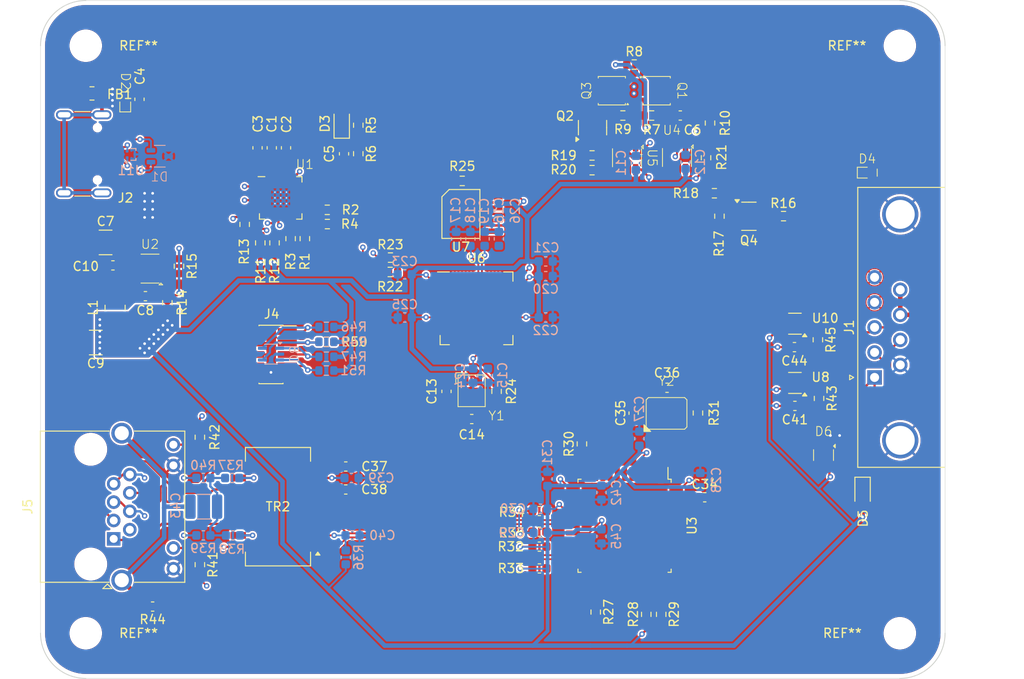
<source format=kicad_pcb>
(kicad_pcb
	(version 20241229)
	(generator "pcbnew")
	(generator_version "9.0")
	(general
		(thickness 1.6)
		(legacy_teardrops no)
	)
	(paper "A4")
	(layers
		(0 "F.Cu" signal)
		(4 "In1.Cu" signal)
		(6 "In2.Cu" signal)
		(2 "B.Cu" signal)
		(9 "F.Adhes" user "F.Adhesive")
		(11 "B.Adhes" user "B.Adhesive")
		(13 "F.Paste" user)
		(15 "B.Paste" user)
		(5 "F.SilkS" user "F.Silkscreen")
		(7 "B.SilkS" user "B.Silkscreen")
		(1 "F.Mask" user)
		(3 "B.Mask" user)
		(17 "Dwgs.User" user "User.Drawings")
		(19 "Cmts.User" user "User.Comments")
		(21 "Eco1.User" user "User.Eco1")
		(23 "Eco2.User" user "User.Eco2")
		(25 "Edge.Cuts" user)
		(27 "Margin" user)
		(31 "F.CrtYd" user "F.Courtyard")
		(29 "B.CrtYd" user "B.Courtyard")
		(35 "F.Fab" user)
		(33 "B.Fab" user)
		(39 "User.1" user)
		(41 "User.2" user)
		(43 "User.3" user)
		(45 "User.4" user)
	)
	(setup
		(stackup
			(layer "F.SilkS"
				(type "Top Silk Screen")
			)
			(layer "F.Paste"
				(type "Top Solder Paste")
			)
			(layer "F.Mask"
				(type "Top Solder Mask")
				(thickness 0.01)
			)
			(layer "F.Cu"
				(type "copper")
				(thickness 0.035)
			)
			(layer "dielectric 1"
				(type "prepreg")
				(thickness 0.1)
				(material "FR4")
				(epsilon_r 4.5)
				(loss_tangent 0.02)
			)
			(layer "In1.Cu"
				(type "copper")
				(thickness 0.035)
			)
			(layer "dielectric 2"
				(type "core")
				(thickness 1.24)
				(material "FR4")
				(epsilon_r 4.5)
				(loss_tangent 0.02)
			)
			(layer "In2.Cu"
				(type "copper")
				(thickness 0.035)
			)
			(layer "dielectric 3"
				(type "prepreg")
				(thickness 0.1)
				(material "FR4")
				(epsilon_r 4.5)
				(loss_tangent 0.02)
			)
			(layer "B.Cu"
				(type "copper")
				(thickness 0.035)
			)
			(layer "B.Mask"
				(type "Bottom Solder Mask")
				(thickness 0.01)
			)
			(layer "B.Paste"
				(type "Bottom Solder Paste")
			)
			(layer "B.SilkS"
				(type "Bottom Silk Screen")
			)
			(copper_finish "None")
			(dielectric_constraints no)
		)
		(pad_to_mask_clearance 0)
		(allow_soldermask_bridges_in_footprints no)
		(tenting front back)
		(pcbplotparams
			(layerselection 0x00000000_00000000_55555555_5755f5ff)
			(plot_on_all_layers_selection 0x00000000_00000000_00000000_00000000)
			(disableapertmacros no)
			(usegerberextensions no)
			(usegerberattributes yes)
			(usegerberadvancedattributes yes)
			(creategerberjobfile yes)
			(dashed_line_dash_ratio 12.000000)
			(dashed_line_gap_ratio 3.000000)
			(svgprecision 4)
			(plotframeref no)
			(mode 1)
			(useauxorigin no)
			(hpglpennumber 1)
			(hpglpenspeed 20)
			(hpglpendiameter 15.000000)
			(pdf_front_fp_property_popups yes)
			(pdf_back_fp_property_popups yes)
			(pdf_metadata yes)
			(pdf_single_document no)
			(dxfpolygonmode yes)
			(dxfimperialunits yes)
			(dxfusepcbnewfont yes)
			(psnegative no)
			(psa4output no)
			(plot_black_and_white yes)
			(sketchpadsonfab no)
			(plotpadnumbers no)
			(hidednponfab no)
			(sketchdnponfab yes)
			(crossoutdnponfab yes)
			(subtractmaskfromsilk no)
			(outputformat 1)
			(mirror no)
			(drillshape 1)
			(scaleselection 1)
			(outputdirectory "")
		)
	)
	(net 0 "")
	(net 1 "/Power/2v7")
	(net 2 "GND")
	(net 3 "Net-(U1-VREG_1V2)")
	(net 4 "Net-(U1-VDD)")
	(net 5 "/Power/Vbus")
	(net 6 "Net-(D3-K)")
	(net 7 "Net-(C6-Pad1)")
	(net 8 "+VDC")
	(net 9 "Net-(U2-CB)")
	(net 10 "Net-(U2-SW)")
	(net 11 "+3V3")
	(net 12 "Net-(U6-Xin)")
	(net 13 "Net-(C14-Pad2)")
	(net 14 "+1V1")
	(net 15 "Net-(U3-Vcap)")
	(net 16 "Net-(U3-OSC1)")
	(net 17 "Net-(C36-Pad1)")
	(net 18 "MAG_IN+")
	(net 19 "TPIN+")
	(net 20 "MAG_IN-")
	(net 21 "TPIN-")
	(net 22 "MAG_IN_Center")
	(net 23 "MAG_OUT_Center")
	(net 24 "Net-(C43-Pad2)")
	(net 25 "GNDPWR")
	(net 26 "/Power/CC2")
	(net 27 "/Power/CC1")
	(net 28 "Net-(D5-K)")
	(net 29 "DATA_LED")
	(net 30 "sense_2_proc")
	(net 31 "sense_1_proc")
	(net 32 "CLK_LED")
	(net 33 "/P3")
	(net 34 "/P4")
	(net 35 "/P2")
	(net 36 "/P1")
	(net 37 "Net-(J2-SHIELD)")
	(net 38 "Net-(U11-D+)")
	(net 39 "Net-(U11-D-)")
	(net 40 "RX+")
	(net 41 "TX-")
	(net 42 "Net-(J5-Pad10)")
	(net 43 "Net-(J5-Pad7)")
	(net 44 "Net-(J5-Pad4)")
	(net 45 "RX-")
	(net 46 "Net-(J5-Pad12)")
	(net 47 "TX+")
	(net 48 "Net-(Q1-Pad4)")
	(net 49 "Net-(Q2-G)")
	(net 50 "Net-(Q2-D)")
	(net 51 "Net-(Q4-D)")
	(net 52 "Net-(Q4-G)")
	(net 53 "Net-(U1-ADDR0)")
	(net 54 "Net-(U1-ADDR1)")
	(net 55 "Net-(U1-VBUS_VS_DISCH)")
	(net 56 "/Power/DISCH")
	(net 57 "SCL")
	(net 58 "SDA")
	(net 59 "RESET")
	(net 60 "Net-(U2-FB)")
	(net 61 "Discharge")
	(net 62 "Net-(R20-Pad2)")
	(net 63 "Net-(U1-VBUS_EN_SNK)")
	(net 64 "D-")
	(net 65 "D+")
	(net 66 "Net-(U6-Xout)")
	(net 67 "Net-(U6-QSPI_SS_N)")
	(net 68 "~{INT}")
	(net 69 "Net-(U3-PSPCFG0)")
	(net 70 "Net-(U3-Rbias)")
	(net 71 "Net-(U3-OSC2)")
	(net 72 "MAG_OUT+")
	(net 73 "MAG_OUT-")
	(net 74 "Net-(TR2-C_RX)")
	(net 75 "Net-(TR2-C_TX)")
	(net 76 "LED_B")
	(net 77 "LED_A")
	(net 78 "Net-(U6-SWCLK)")
	(net 79 "unconnected-(U1-POWER_OK3-Pad14)")
	(net 80 "unconnected-(U1-A_B_SIDE-Pad17)")
	(net 81 "unconnected-(U1-POWER_OK2-Pad20)")
	(net 82 "ALERT")
	(net 83 "unconnected-(U1-NC-Pad3)")
	(net 84 "unconnected-(U1-Attach-Pad11)")
	(net 85 "unconnected-(U1-GPIO-Pad15)")
	(net 86 "Net-(U3-SI{slash}RD{slash}R~{W})")
	(net 87 "Net-(U3-AD3)")
	(net 88 "Net-(U3-AD12)")
	(net 89 "Net-(U3-AD14)")
	(net 90 "Net-(U3-AD10)")
	(net 91 "Net-(U3-~{CS}{slash}CS)")
	(net 92 "Net-(U3-SO{slash}WR{slash}EN)")
	(net 93 "Net-(U3-AD5)")
	(net 94 "Net-(U3-AD9)")
	(net 95 "Net-(U3-AD4)")
	(net 96 "unconnected-(U3-CLKOUT-Pad23)")
	(net 97 "Net-(U3-SCK{slash}AL)")
	(net 98 "Net-(U3-AD2)")
	(net 99 "Net-(U3-AD11)")
	(net 100 "Net-(U3-AD8)")
	(net 101 "Net-(U3-AD13)")
	(net 102 "Net-(U3-AD1)")
	(net 103 "Net-(U3-AD0)")
	(net 104 "Net-(U3-AD6)")
	(net 105 "Net-(U3-AD7)")
	(net 106 "Net-(U4-Pad4)")
	(net 107 "Enable")
	(net 108 "Net-(U6-QSPI_SD2)")
	(net 109 "Net-(U6-QSPI_SD1)")
	(net 110 "MEAS_1")
	(net 111 "MEAS_2")
	(net 112 "Net-(U6-QSPI_SD3)")
	(net 113 "Net-(U6-QSPI_SCLK)")
	(net 114 "Net-(U6-QSPI_SD0)")
	(footprint "Resistor_SMD:R_0603_1608Metric" (layer "F.Cu") (at 114.5662 87.7702 -90))
	(footprint "Capacitor_SMD:C_0603_1608Metric" (layer "F.Cu") (at 161.2632 105.8422 180))
	(footprint "Resistor_SMD:R_0603_1608Metric" (layer "F.Cu") (at 116.2934 89.8144 90))
	(footprint "Capacitor_SMD:C_1210_3225Metric" (layer "F.Cu") (at 98.1072 100.8384 180))
	(footprint "Capacitor_SMD:C_0603_1608Metric" (layer "F.Cu") (at 147.1538 123.4186 180))
	(footprint "Package_TO_SOT_SMD:SOT-23-3" (layer "F.Cu") (at 170.3125 86.868))
	(footprint "Pyllr_Package_DFN_QFN:QFN-56_1EP_7.75x7.75mm_P0.4mm_3.2x3.2mm" (layer "F.Cu") (at 140.2 97.0549))
	(footprint "Resistor_SMD:R_0603_1608Metric" (layer "F.Cu") (at 127.127 79.946 -90))
	(footprint "Capacitor_SMD:C_0603_1608Metric" (layer "F.Cu") (at 139.6728 109.3035))
	(footprint "Capacitor_SMD:C_0603_1608Metric" (layer "F.Cu") (at 136.8788 106.2425 90))
	(footprint "Capacitor_SMD:C_0603_1608Metric" (layer "F.Cu") (at 125.7442 114.5544 180))
	(footprint "Resistor_SMD:R_0603_1608Metric" (layer "F.Cu") (at 167.0551 86.8616 -90))
	(footprint "Pyllr_Package_Crystal:CFPX-180" (layer "F.Cu") (at 161.2072 108.6752))
	(footprint "Resistor_SMD:R_0603_1608Metric" (layer "F.Cu") (at 156.3776 75.722))
	(footprint "Package_TO_SOT_SMD:SOT-23-3" (layer "F.Cu") (at 153.0248 77.0627 90))
	(footprint "Resistor_SMD:R_0603_1608Metric" (layer "F.Cu") (at 157.6354 70.0832))
	(footprint "Connector_Dsub:DSUB-9_Pins_Horizontal_P2.77x2.84mm_EdgePinOffset4.94mm_Housed_MountingHolesOffset4.94mm" (layer "F.Cu") (at 184.2068 104.6988 90))
	(footprint "Pyllr_Package_SO:SOIC-8_5.28x5.28mm_P1.27mm" (layer "F.Cu") (at 138.474 86.614))
	(footprint "Capacitor_SMD:C_0603_1608Metric" (layer "F.Cu") (at 117.5634 79.2988 90))
	(footprint "Package_TO_SOT_SMD:SOT-353_SC-70-5" (layer "F.Cu") (at 175.3994 105.3084 180))
	(footprint "Resistor_SMD:R_0603_1608Metric" (layer "F.Cu") (at 106.0196 96.4306 90))
	(footprint "Capacitor_SMD:C_0603_1608Metric" (layer "F.Cu") (at 147.1538 125.8316))
	(footprint "Capacitor_SMD:C_0603_1608Metric" (layer "F.Cu") (at 147.1408 119.4816 180))
	(footprint "Capacitor_SMD:C_0603_1608Metric" (layer "F.Cu") (at 175.3994 107.8484))
	(footprint "Capacitor_SMD:C_0603_1608Metric" (layer "F.Cu") (at 157.5672 108.6492 90))
	(footprint "Package_TO_SOT_SMD:SOT-353_SC-70-5" (layer "F.Cu") (at 175.3994 98.7552 180))
	(footprint "Resistor_SMD:R_0603_1608Metric" (layer "F.Cu") (at 166.4963 84.3216 180))
	(footprint "Resistor_SMD:R_0603_1608Metric" (layer "F.Cu") (at 117.8682 89.8144 90))
	(footprint "Capacitor_SMD:C_0603_1608Metric" (layer "F.Cu") (at 115.9886 79.2988 90))
	(footprint "Resistor_SMD:R_0603_1608Metric" (layer "F.Cu") (at 165.5724 80.3956 90))
	(footprint "Diode_SMD:D_SOD-323" (layer "F.Cu") (at 125.2982 76.6222 90))
	(footprint "Capacitor_SMD:C_0603_1608Metric" (layer "F.Cu") (at 125.5522 79.9582 -90))
	(footprint "Capacitor_SMD:C_0603_1608Metric" (layer "F.Cu") (at 162.7284 75.722))
	(footprint "Capacitor_SMD:C_0603_1608Metric" (layer "F.Cu") (at 103.5954 95.7076 180))
	(footprint "Resistor_SMD:R_0603_1608Metric" (layer "F.Cu") (at 158.9648 130.9116 90))
	(footprint "Pyllr_Package_TO_SOT_SMD:SOT23-5_2.6W" (layer "F.Cu") (at 156.8348 80.3956 -90))
	(footprint "Resistor_SMD:R_0805_2012Metric" (layer "F.Cu") (at 97.6865 73.279 180))
	(footprint "Resistor_SMD:R_0603_1608Metric" (layer "F.Cu") (at 160.6158 130.9116 -90))
	(footprint "Pyllr_Package_SON:PowerDI3333-8-UX" (layer "F.Cu") (at 155.1584 72.9788 90))
	(footprint "Resistor_SMD:R_0603_1608Metric"
		(layer "F.Cu")
		(uuid "65ab861e-7e70-493f-b6e0-3d6286a80b14")
		(at 151.8528 112.0526 90)
		(descr "Resistor SMD 0603 (1608 Metric), square (rectangular) end terminal, IPC-7351 nominal, (Body size source: IPC-SM-782 page 72, https://www.pcb-3d.com/wordpress/wp-content/uploads/ipc-sm-782a_amendment_1_and_2.pdf), generated with kicad-footprint-generator")
		(tags "resistor")
		(property "Reference" "R30"
			(at 0 -1.43 90)
			(layer "F.SilkS")
			(uuid "cd2b975a-23a5-4514-ad65-a8b62abcb14a")
			(effects
				(font
					(size 1 1)
					(thickness 0.15)
				)
			)
		)
		(property "Value" "12k4"
			(at 0 1.43 90)
			(layer "F.Fab")
			(uuid "4f9138fe-37ff-48d9-a55d-594fdc512ea2")
			(effects
				(font
					(size 1 1)
					(thickness 0.15)
				)
			)
		)
		(property "Datasheet" ""
			(at 0 0 90)
			(layer "F.Fab")
			(hide yes)
			(uuid "845076eb-afe8-4a2f-8832-dd907fc7ab87")
			(effects
				(font
					(size 1.27 1.27)
					(thickness 0.15)
				)
			)
		)
		(property "Description" "Resistor"
			(at 0 0 90)
			(layer "F.Fab")
			(hide yes)
			(uuid "a68ec99f-a8f3-4951-8156-6b3939cb675d")
			(effects
				(font
					(size 1.27 1.27)
					(thickness 0.15)
				)
			)
		)
		(property ki_fp_filters "R_*")
		(path "/d849fe79-2ff9-43aa-8f70-e5a9697e72af")
		(sheetname "/")
		(sheetfile "Ethy.kicad_sch")
		(attr smd)
		(fp_line
			(start -0.237258 -0.5225)
			(end 0.237258 -0.5225)
			(stroke
				(width 0.12)
				(type solid)
			)
			(layer "F.SilkS")
			(uuid "23849b68-89d8-48d8-802d-d8f5805e31a6")
		)
		(fp_line
			(start -0.237258 0.5225)
			(end 0.237258 0.5225)
			(stroke
				(width 0.12)
				(type solid)
			)
			(layer "F.SilkS")
			(uuid "2336050c-b592-4df4-8f3e-1262e7eefc7b")
		)
		(fp_line
			(start 1.48 -0.73)
			(end 1.48 0.73)
			(stroke
				(width 0.05)
				(type solid)
			)
			(layer "F.CrtYd")
			(uuid "c8a3ad16-575f-409c-acd3-53df76ae29a4")
		)
		(fp_line
			(start -1.48 -0.73)
			(end 1.48 -0.73)
			(stroke
				(width 0.05)
				(type solid)
			)
			(layer "F.CrtYd")
			(uuid "5c9b7b6e-a26f-4a12-96a7-4ee636968ccf")
		)
		(fp_line
			(start 1.48 0.73)
			(end -1.48 0.73)
			(stroke
				(width 0.05)
				(type solid)
			)
			(layer "F.CrtYd")
			(uuid "0ec992e4-cacd-4f41-a497-ef258688c383")
		)
		(fp_line
			(start -1.48 0.73)
			(end -1.48 -0.73)
			(stro
... [1265689 chars truncated]
</source>
